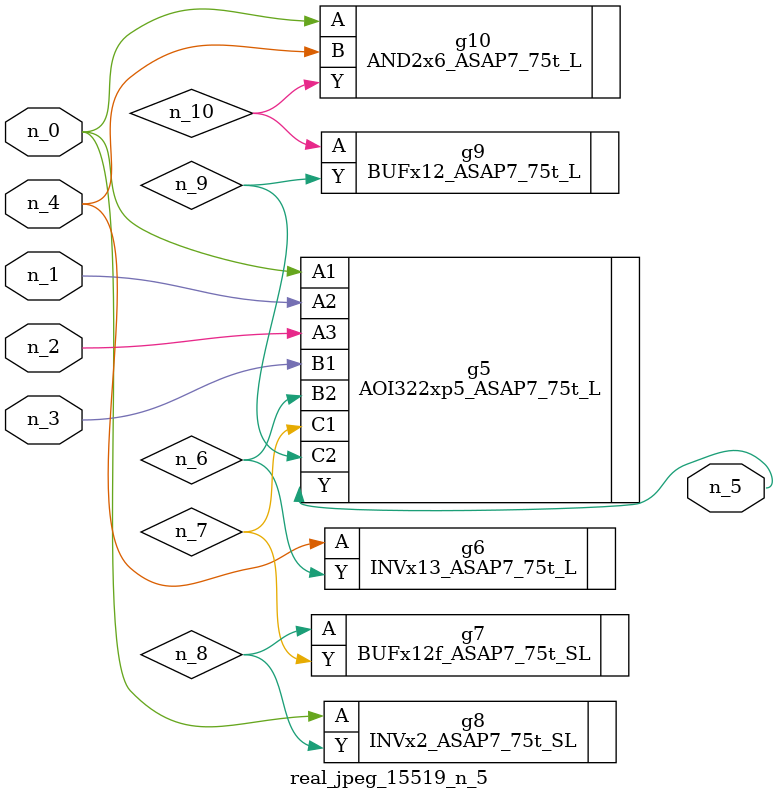
<source format=v>
module real_jpeg_15519_n_5 (n_4, n_0, n_1, n_2, n_3, n_5);

input n_4;
input n_0;
input n_1;
input n_2;
input n_3;

output n_5;

wire n_8;
wire n_6;
wire n_7;
wire n_10;
wire n_9;

AOI322xp5_ASAP7_75t_L g5 ( 
.A1(n_0),
.A2(n_1),
.A3(n_2),
.B1(n_3),
.B2(n_6),
.C1(n_7),
.C2(n_9),
.Y(n_5)
);

INVx2_ASAP7_75t_SL g8 ( 
.A(n_0),
.Y(n_8)
);

AND2x6_ASAP7_75t_L g10 ( 
.A(n_0),
.B(n_4),
.Y(n_10)
);

INVx13_ASAP7_75t_L g6 ( 
.A(n_4),
.Y(n_6)
);

BUFx12f_ASAP7_75t_SL g7 ( 
.A(n_8),
.Y(n_7)
);

BUFx12_ASAP7_75t_L g9 ( 
.A(n_10),
.Y(n_9)
);


endmodule
</source>
